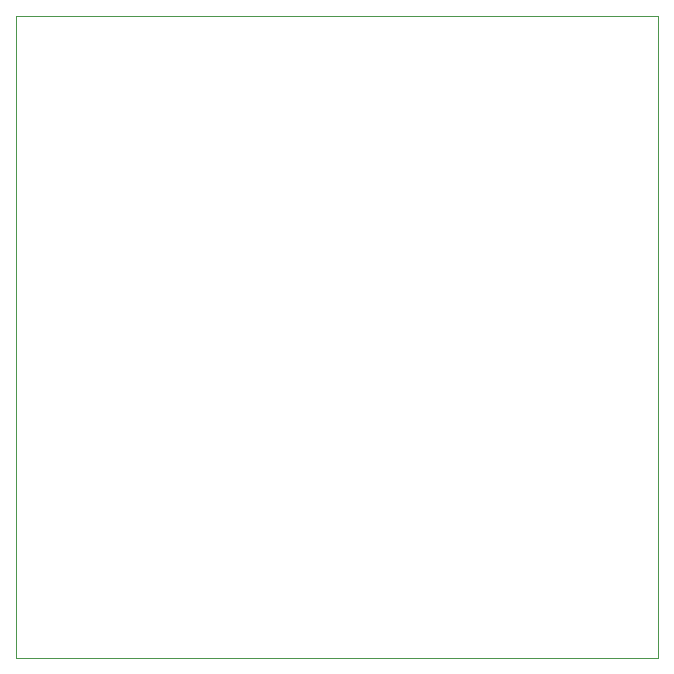
<source format=gbr>
%TF.GenerationSoftware,KiCad,Pcbnew,7.0.7*%
%TF.CreationDate,2023-10-20T12:36:32-04:00*%
%TF.ProjectId,Capstone-board-car,43617073-746f-46e6-952d-626f6172642d,rev?*%
%TF.SameCoordinates,Original*%
%TF.FileFunction,Profile,NP*%
%FSLAX46Y46*%
G04 Gerber Fmt 4.6, Leading zero omitted, Abs format (unit mm)*
G04 Created by KiCad (PCBNEW 7.0.7) date 2023-10-20 12:36:32*
%MOMM*%
%LPD*%
G01*
G04 APERTURE LIST*
%TA.AperFunction,Profile*%
%ADD10C,0.050000*%
%TD*%
G04 APERTURE END LIST*
D10*
X35724000Y-70444000D02*
X90066000Y-70444000D01*
X90066000Y-124776000D01*
X35724000Y-124776000D01*
X35724000Y-70444000D01*
M02*

</source>
